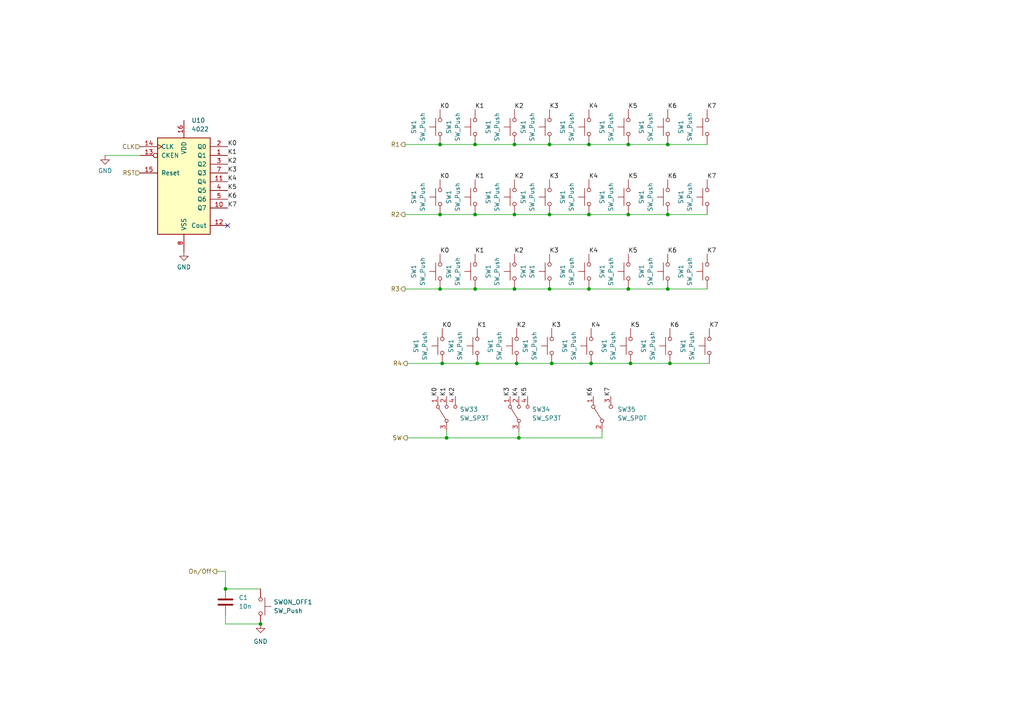
<source format=kicad_sch>
(kicad_sch (version 20230819) (generator eeschema)
  (paper "A4")
  (lib_symbols
    (symbol "4xxx:4022" (pin_names (offset 1.016))
      (property "Reference" "U" (at -7.62 13.97 0))
      (property "Value" "4022" (at -7.62 -16.51 0))
      (symbol "4022_1_0"
        (pin output line (at 12.7 7.62 180) (length 5.08) (name "Q1") (number "1"))
        (pin output line (at 12.7 -7.62 180) (length 5.08) (name "Q7") (number "10"))
        (pin output line (at 12.7 0 180) (length 5.08) (name "Q4") (number "11"))
        (pin output line (at 12.7 -12.7 180) (length 5.08) (name "Cout") (number "12"))
        (pin input inverted (at -12.7 7.62 0) (length 5.08) (name "CKEN") (number "13"))
        (pin input clock (at -12.7 10.16 0) (length 5.08) (name "CLK") (number "14"))
        (pin input line (at -12.7 2.54 0) (length 5.08) (name "Reset") (number "15"))
        (pin power_in line (at 0 17.78 270) (length 5.08) (name "VDD") (number "16"))
        (pin output line (at 12.7 10.16 180) (length 5.08) (name "Q0") (number "2"))
        (pin output line (at 12.7 5.08 180) (length 5.08) (name "Q2") (number "3"))
        (pin output line (at 12.7 -2.54 180) (length 5.08) (name "Q5") (number "4"))
        (pin output line (at 12.7 -5.08 180) (length 5.08) (name "Q6") (number "5"))
        (pin output line (at 12.7 2.54 180) (length 5.08) (name "Q3") (number "7"))
        (pin power_in line (at 0 -20.32 90) (length 5.08) (name "VSS") (number "8"))
      )
      (symbol "4022_1_1"
        (rectangle (start -7.62 12.7) (end 7.62 -15.24) (stroke (width 0.254)) (fill (type background)))
      )
    )
    (symbol "Device:C" (pin_numbers hide) (pin_names (offset 0.254))
      (property "Reference" "C" (at 0.635 2.54 0))
      (property "Value" "C" (at 0.635 -2.54 0))
      (symbol "C_0_1"
        (polyline (pts (xy -2.032 -0.762) (xy 2.032 -0.762)) (stroke (width 0.508)))
        (polyline (pts (xy -2.032 0.762) (xy 2.032 0.762)) (stroke (width 0.508)))
      )
      (symbol "C_1_1"
        (pin passive line (at 0 3.81 270) (length 2.794) (name "~") (number "1"))
        (pin passive line (at 0 -3.81 90) (length 2.794) (name "~") (number "2"))
      )
    )
    (symbol "Switch:SW_Push" (pin_numbers hide) (pin_names (offset 1.016) hide)
      (property "Reference" "SW" (at 1.27 2.54 0))
      (property "Value" "SW_Push" (at 0 -1.524 0))
      (symbol "SW_Push_0_1"
        (circle (center -2.032 0) (radius 0.508))
        (polyline (pts (xy 0 1.27) (xy 0 3.048)))
        (polyline (pts (xy 2.54 1.27) (xy -2.54 1.27)))
        (circle (center 2.032 0) (radius 0.508))
        (pin passive line (at -5.08 0 0) (length 2.54) (name "1") (number "1"))
        (pin passive line (at 5.08 0 180) (length 2.54) (name "2") (number "2"))
      )
    )
    (symbol "Switch:SW_SP3T" (pin_names (offset 0) hide)
      (property "Reference" "SW" (at 0 5.08 0))
      (property "Value" "SW_SP3T" (at 0 -5.08 0))
      (symbol "SW_SP3T_0_1"
        (circle (center -2.032 0) (radius 0.4572))
        (polyline (pts (xy -1.651 0.254) (xy 1.651 2.286)))
        (circle (center 2.032 -2.54) (radius 0.4572))
        (circle (center 2.032 0) (radius 0.4572))
        (circle (center 2.032 2.54) (radius 0.4572))
      )
      (symbol "SW_SP3T_1_1"
        (pin passive line (at 5.08 2.54 180) (length 2.54) (name "1") (number "1"))
        (pin passive line (at 5.08 0 180) (length 2.54) (name "2") (number "2"))
        (pin passive line (at -5.08 0 0) (length 2.54) (name "3") (number "3"))
        (pin passive line (at 5.08 -2.54 180) (length 2.54) (name "4") (number "4"))
      )
    )
    (symbol "Switch:SW_SPDT" (pin_names (offset 0) hide)
      (property "Reference" "SW" (at 0 4.318 0))
      (property "Value" "SW_SPDT" (at 0 -5.08 0))
      (symbol "SW_SPDT_0_0"
        (circle (center -2.032 0) (radius 0.508))
        (circle (center 2.032 -2.54) (radius 0.508))
      )
      (symbol "SW_SPDT_0_1"
        (polyline (pts (xy -1.524 0.254) (xy 1.651 2.286)))
        (circle (center 2.032 2.54) (radius 0.508))
      )
      (symbol "SW_SPDT_1_1"
        (pin passive line (at 5.08 2.54 180) (length 2.54) (name "A") (number "1"))
        (pin passive line (at -5.08 0 0) (length 2.54) (name "B") (number "2"))
        (pin passive line (at 5.08 -2.54 180) (length 2.54) (name "C") (number "3"))
      )
    )
    (symbol "power:GND" (power) (pin_names (offset 0))
      (property "Value" "GND" (at 0 -3.81 0))
      (symbol "GND_0_1"
        (polyline (pts (xy 0 0) (xy 0 -1.27) (xy 1.27 -1.27) (xy 0 -2.54) (xy -1.27 -1.27) (xy 0 -1.27)))
      )
      (symbol "GND_1_1"
        (pin power_in line (at 0 0 270) (length 0) hide (name "GND") (number "1"))
      )
    )
  )
  (junction (at 182.245 41.91))
  (junction (at 159.385 41.91))
  (junction (at 137.795 41.91))
  (junction (at 137.795 83.82))
  (junction (at 150.495 127))
  (junction (at 170.815 62.23))
  (junction (at 128.27 105.41))
  (junction (at 149.86 105.41))
  (junction (at 170.815 83.82))
  (junction (at 193.675 62.23))
  (junction (at 75.565 180.975))
  (junction (at 149.225 62.23))
  (junction (at 182.88 105.41))
  (junction (at 65.405 170.815))
  (junction (at 127.635 83.82))
  (junction (at 127.635 62.23))
  (junction (at 193.675 83.82))
  (junction (at 137.795 62.23))
  (junction (at 159.385 62.23))
  (junction (at 127.635 41.91))
  (junction (at 193.675 41.91))
  (junction (at 170.815 41.91))
  (junction (at 182.245 83.82))
  (junction (at 160.02 105.41))
  (junction (at 149.225 41.91))
  (junction (at 149.225 83.82))
  (junction (at 138.43 105.41))
  (junction (at 182.245 62.23))
  (junction (at 129.54 127))
  (junction (at 159.385 83.82))
  (junction (at 171.45 105.41))
  (junction (at 194.31 105.41))
  (no_connect (at 66.04 65.405))
  (wire (pts (xy 159.385 62.23) (xy 149.225 62.23)))
  (wire (pts (xy 65.405 170.815) (xy 65.405 165.735)))
  (wire (pts (xy 205.105 62.23) (xy 193.675 62.23)))
  (wire (pts (xy 149.225 83.82) (xy 137.795 83.82)))
  (wire (pts (xy 159.385 83.82) (xy 149.225 83.82)))
  (wire (pts (xy 160.02 105.41) (xy 171.45 105.41)))
  (wire (pts (xy 205.105 83.82) (xy 193.675 83.82)))
  (wire (pts (xy 127.635 83.82) (xy 117.475 83.82)))
  (wire (pts (xy 149.225 41.91) (xy 159.385 41.91)))
  (wire (pts (xy 194.31 105.41) (xy 205.74 105.41)))
  (wire (pts (xy 30.48 45.085) (xy 40.64 45.085)))
  (wire (pts (xy 174.625 127) (xy 174.625 125.095)))
  (wire (pts (xy 127.635 62.23) (xy 117.475 62.23)))
  (wire (pts (xy 65.405 180.975) (xy 75.565 180.975)))
  (wire (pts (xy 182.245 83.82) (xy 170.815 83.82)))
  (wire (pts (xy 138.43 105.41) (xy 149.86 105.41)))
  (wire (pts (xy 193.675 83.82) (xy 182.245 83.82)))
  (wire (pts (xy 65.405 178.435) (xy 65.405 180.975)))
  (wire (pts (xy 182.245 62.23) (xy 170.815 62.23)))
  (wire (pts (xy 128.27 105.41) (xy 118.11 105.41)))
  (wire (pts (xy 137.795 41.91) (xy 149.225 41.91)))
  (wire (pts (xy 127.635 41.91) (xy 137.795 41.91)))
  (wire (pts (xy 193.675 41.91) (xy 205.105 41.91)))
  (wire (pts (xy 150.495 127) (xy 174.625 127)))
  (wire (pts (xy 150.495 125.095) (xy 150.495 127)))
  (wire (pts (xy 149.225 62.23) (xy 137.795 62.23)))
  (wire (pts (xy 159.385 41.91) (xy 170.815 41.91)))
  (wire (pts (xy 170.815 83.82) (xy 159.385 83.82)))
  (wire (pts (xy 137.795 83.82) (xy 127.635 83.82)))
  (wire (pts (xy 62.865 165.735) (xy 65.405 165.735)))
  (wire (pts (xy 117.475 41.91) (xy 127.635 41.91)))
  (wire (pts (xy 182.245 41.91) (xy 193.675 41.91)))
  (wire (pts (xy 65.405 170.815) (xy 75.565 170.815)))
  (wire (pts (xy 137.795 62.23) (xy 127.635 62.23)))
  (wire (pts (xy 129.54 127) (xy 150.495 127)))
  (wire (pts (xy 170.815 41.91) (xy 182.245 41.91)))
  (wire (pts (xy 118.11 127) (xy 129.54 127)))
  (wire (pts (xy 182.88 105.41) (xy 194.31 105.41)))
  (wire (pts (xy 149.86 105.41) (xy 160.02 105.41)))
  (wire (pts (xy 193.675 62.23) (xy 182.245 62.23)))
  (wire (pts (xy 128.27 105.41) (xy 138.43 105.41)))
  (wire (pts (xy 171.45 105.41) (xy 182.88 105.41)))
  (wire (pts (xy 170.815 62.23) (xy 159.385 62.23)))
  (wire (pts (xy 129.54 125.095) (xy 129.54 127)))
  (label "K1" (at 137.795 73.66 0))
  (label "K2" (at 149.86 95.25 0))
  (label "K6" (at 193.675 31.75 0))
  (label "K3" (at 159.385 31.75 0))
  (label "K6" (at 194.31 95.25 0))
  (label "K2" (at 149.225 31.75 0))
  (label "K7" (at 177.165 114.935 90))
  (label "K0" (at 127.635 52.07 0))
  (label "K0" (at 66.04 42.545 0))
  (label "K7" (at 205.105 73.66 0))
  (label "K5" (at 153.035 114.935 90))
  (label "K0" (at 127.635 73.66 0))
  (label "K1" (at 129.54 114.935 90))
  (label "K4" (at 171.45 95.25 0))
  (label "K1" (at 138.43 95.25 0))
  (label "K3" (at 159.385 52.07 0))
  (label "K5" (at 182.245 52.07 0))
  (label "K6" (at 193.675 52.07 0))
  (label "K4" (at 66.04 52.705 0))
  (label "K3" (at 159.385 73.66 0))
  (label "K0" (at 127 114.935 90))
  (label "K0" (at 127.635 31.75 0))
  (label "K7" (at 205.105 31.75 0))
  (label "K7" (at 205.74 95.25 0))
  (label "K2" (at 149.225 73.66 0))
  (label "K4" (at 170.815 73.66 0))
  (label "K1" (at 137.795 31.75 0))
  (label "K3" (at 160.02 95.25 0))
  (label "K4" (at 170.815 52.07 0))
  (label "K6" (at 193.675 73.66 0))
  (label "K2" (at 132.08 114.935 90))
  (label "K4" (at 150.495 114.935 90))
  (label "K5" (at 182.245 31.75 0))
  (label "K3" (at 66.04 50.165 0))
  (label "K7" (at 66.04 60.325 0))
  (label "K5" (at 182.88 95.25 0))
  (label "K6" (at 66.04 57.785 0))
  (label "K6" (at 172.085 114.935 90))
  (label "K0" (at 128.27 95.25 0))
  (label "K5" (at 66.04 55.245 0))
  (label "K2" (at 66.04 47.625 0))
  (label "K3" (at 147.955 114.935 90))
  (label "K1" (at 137.795 52.07 0))
  (label "K5" (at 182.245 73.66 0))
  (label "K2" (at 149.225 52.07 0))
  (label "K4" (at 170.815 31.75 0))
  (label "K7" (at 205.105 52.07 0))
  (label "K1" (at 66.04 45.085 0))
  (hierarchical_label "RST" (shape input) (at 40.64 50.165 180))
  (hierarchical_label "R2" (shape output) (at 117.475 62.23 180))
  (hierarchical_label "On{slash}Off" (shape output) (at 62.865 165.735 180))
  (hierarchical_label "SW" (shape output) (at 118.11 127 180))
  (hierarchical_label "R1" (shape output) (at 117.475 41.91 180))
  (hierarchical_label "R4" (shape output) (at 118.11 105.41 180))
  (hierarchical_label "CLK" (shape input) (at 40.64 42.545 180))
  (hierarchical_label "R3" (shape output) (at 117.475 83.82 180))
  (symbol (lib_id "Switch:SW_Push") (at 160.02 100.33 90) (mirror x) (unit 1)
    (property "Reference" "SW1" (at 152.4 100.33 0))
    (property "Value" "SW_Push" (at 154.94 100.33 0))
    (property "Footprint" "footprints:PTS526" (effects hide))
    (instances (project "calculator" (path "" (reference "SW1") (unit 1)) (path "" (reference "SW16") (unit 1))))
  )
  (symbol (lib_id "power:GND") (at 30.48 45.085 0) (unit 1)
    (property "Reference" "#PWR029" (effects hide))
    (property "Value" "GND" (at 30.48 49.53 0))
  )
  (symbol (lib_id "Switch:SW_Push") (at 127.635 36.83 90) (mirror x) (unit 1)
    (property "Reference" "SW1" (at 120.015 36.83 0))
    (property "Value" "SW_Push" (at 122.555 36.83 0))
    (property "Footprint" "footprints:PTS526" (effects hide))
  )
  (symbol (lib_id "Switch:SW_Push") (at 149.225 36.83 90) (mirror x) (unit 1)
    (property "Reference" "SW1" (at 141.605 36.83 0))
    (property "Value" "SW_Push" (at 144.145 36.83 0))
    (property "Footprint" "footprints:PTS526" (effects hide))
    (instances (project "calculator" (path "" (reference "SW1") (unit 1)) (path "" (reference "SW9") (unit 1))))
  )
  (symbol (lib_id "Switch:SW_Push") (at 138.43 100.33 90) (mirror x) (unit 1)
    (property "Reference" "SW1" (at 130.81 100.33 0))
    (property "Value" "SW_Push" (at 133.35 100.33 0))
    (property "Footprint" "footprints:PTS526" (effects hide))
    (instances (project "calculator" (path "" (reference "SW1") (unit 1)) (path "" (reference "SW8") (unit 1))))
  )
  (symbol (lib_id "Switch:SW_Push") (at 205.105 36.83 90) (mirror x) (unit 1)
    (property "Reference" "SW1" (at 197.485 36.83 0))
    (property "Value" "SW_Push" (at 200.025 36.83 0))
    (property "Footprint" "footprints:PTS526" (effects hide))
    (instances (project "calculator" (path "" (reference "SW1") (unit 1)) (path "" (reference "SW29") (unit 1))))
  )
  (symbol (lib_id "Switch:SW_Push") (at 137.795 78.74 90) (mirror x) (unit 1)
    (property "Reference" "SW1" (at 130.175 78.74 0))
    (property "Value" "SW_Push" (at 132.715 78.74 0))
    (property "Footprint" "footprints:PTS526" (effects hide))
    (instances (project "calculator" (path "" (reference "SW1") (unit 1)) (path "" (reference "SW7") (unit 1))))
  )
  (symbol (lib_id "Switch:SW_Push") (at 127.635 78.74 90) (mirror x) (unit 1)
    (property "Reference" "SW1" (at 120.015 78.74 0))
    (property "Value" "SW_Push" (at 122.555 78.74 0))
    (property "Footprint" "footprints:PTS526" (effects hide))
    (instances (project "calculator" (path "" (reference "SW1") (unit 1)) (path "" (reference "SW3") (unit 1))))
  )
  (symbol (lib_id "Switch:SW_Push") (at 182.245 36.83 90) (mirror x) (unit 1)
    (property "Reference" "SW1" (at 174.625 36.83 0))
    (property "Value" "SW_Push" (at 177.165 36.83 0))
    (property "Footprint" "footprints:PTS526" (effects hide))
    (instances (project "calculator" (path "" (reference "SW1") (unit 1)) (path "" (reference "SW21") (unit 1))))
  )
  (symbol (lib_id "Switch:SW_Push") (at 128.27 100.33 90) (mirror x) (unit 1)
    (property "Reference" "SW1" (at 120.65 100.33 0))
    (property "Value" "SW_Push" (at 123.19 100.33 0))
    (property "Footprint" "footprints:PTS526" (effects hide))
    (instances (project "calculator" (path "" (reference "SW1") (unit 1)) (path "" (reference "SW4") (unit 1))))
  )
  (symbol (lib_id "Switch:SW_Push") (at 137.795 57.15 90) (mirror x) (unit 1)
    (property "Reference" "SW1" (at 130.175 57.15 0))
    (property "Value" "SW_Push" (at 132.715 57.15 0))
    (property "Footprint" "footprints:PTS526" (effects hide))
    (instances (project "calculator" (path "" (reference "SW1") (unit 1)) (path "" (reference "SW6") (unit 1))))
  )
  (symbol (lib_id "Switch:SW_Push") (at 149.225 78.74 90) (mirror x) (unit 1)
    (property "Reference" "SW1" (at 141.605 78.74 0))
    (property "Value" "SW_Push" (at 144.145 78.74 0))
    (property "Footprint" "footprints:PTS526" (effects hide))
    (instances (project "calculator" (path "" (reference "SW1") (unit 1)) (path "" (reference "SW11") (unit 1))))
  )
  (symbol (lib_id "Switch:SW_Push") (at 170.815 36.83 90) (mirror x) (unit 1)
    (property "Reference" "SW1" (at 163.195 36.83 0))
    (property "Value" "SW_Push" (at 165.735 36.83 0))
    (property "Footprint" "footprints:PTS526" (effects hide))
    (instances (project "calculator" (path "" (reference "SW1") (unit 1)) (path "" (reference "SW17") (unit 1))))
  )
  (symbol (lib_id "Switch:SW_Push") (at 159.385 57.15 90) (mirror x) (unit 1)
    (property "Reference" "SW1" (at 151.765 57.15 0))
    (property "Value" "SW_Push" (at 154.305 57.15 0))
    (property "Footprint" "footprints:PTS526" (effects hide))
    (instances (project "calculator" (path "" (reference "SW1") (unit 1)) (path "" (reference "SW14") (unit 1))))
  )
  (symbol (lib_id "Switch:SW_Push") (at 75.565 175.895 270) (unit 1)
    (property "Reference" "SWON_OFF1" (at 79.375 174.625 90) (effects (justify left)))
    (property "Value" "SW_Push" (at 79.375 177.165 90) (effects (justify left)))
    (property "Footprint" "footprints:PTS526" (effects hide))
  )
  (symbol (lib_id "Switch:SW_Push") (at 170.815 78.74 90) (mirror x) (unit 1)
    (property "Reference" "SW1" (at 163.195 78.74 0))
    (property "Value" "SW_Push" (at 165.735 78.74 0))
    (property "Footprint" "footprints:PTS526" (effects hide))
    (instances (project "calculator" (path "" (reference "SW1") (unit 1)) (path "" (reference "SW19") (unit 1))))
  )
  (symbol (lib_id "Device:C") (at 65.405 174.625 0) (unit 1)
    (property "Reference" "C1" (at 69.215 173.355 0) (effects (justify left)))
    (property "Value" "10n" (at 69.215 175.895 0) (effects (justify left)))
    (property "Footprint" "Capacitor_SMD:C_0603_1608Metric_Pad1.08x0.95mm_HandSolder" (effects hide))
  )
  (symbol (lib_id "Switch:SW_Push") (at 159.385 78.74 90) (mirror x) (unit 1)
    (property "Reference" "SW1" (at 151.765 78.74 0))
    (property "Value" "SW1" (at 154.305 78.74 0))
    (property "Footprint" "footprints:PTS526" (effects hide))
    (instances (project "calculator" (path "" (reference "SW1") (unit 1)) (path "" (reference "SW15") (unit 1))))
  )
  (symbol (lib_id "Switch:SW_Push") (at 193.675 57.15 90) (mirror x) (unit 1)
    (property "Reference" "SW1" (at 186.055 57.15 0))
    (property "Value" "SW_Push" (at 188.595 57.15 0))
    (property "Footprint" "footprints:PTS526" (effects hide))
    (instances (project "calculator" (path "" (reference "SW1") (unit 1)) (path "" (reference "SW26") (unit 1))))
  )
  (symbol (lib_id "Switch:SW_Push") (at 193.675 78.74 90) (mirror x) (unit 1)
    (property "Reference" "SW1" (at 186.055 78.74 0))
    (property "Value" "SW_Push" (at 188.595 78.74 0))
    (property "Footprint" "footprints:PTS526" (effects hide))
    (instances (project "calculator" (path "" (reference "SW1") (unit 1)) (path "" (reference "SW27") (unit 1))))
  )
  (symbol (lib_id "power:GND") (at 53.34 73.025 0) (unit 1)
    (property "Reference" "#PWR028" (effects hide))
    (property "Value" "GND" (at 53.34 77.47 0))
  )
  (symbol (lib_id "Switch:SW_SP3T") (at 150.495 120.015 90) (unit 1)
    (property "Reference" "SW34" (at 154.305 118.745 90) (effects (justify right)))
    (property "Value" "SW_SP3T" (at 154.305 121.285 90) (effects (justify right)))
  )
  (symbol (lib_id "Switch:SW_Push") (at 137.795 36.83 90) (mirror x) (unit 1)
    (property "Reference" "SW1" (at 130.175 36.83 0))
    (property "Value" "SW_Push" (at 132.715 36.83 0))
    (property "Footprint" "footprints:PTS526" (effects hide))
    (instances (project "calculator" (path "" (reference "SW1") (unit 1)) (path "" (reference "SW5") (unit 1))))
  )
  (symbol (lib_id "Switch:SW_Push") (at 182.245 78.74 90) (mirror x) (unit 1)
    (property "Reference" "SW1" (at 174.625 78.74 0))
    (property "Value" "SW_Push" (at 177.165 78.74 0))
    (property "Footprint" "footprints:PTS526" (effects hide))
    (instances (project "calculator" (path "" (reference "SW1") (unit 1)) (path "" (reference "SW23") (unit 1))))
  )
  (symbol (lib_id "power:GND") (at 75.565 180.975 0) (unit 1)
    (property "Reference" "#PWR011" (effects hide))
    (property "Value" "GND" (at 75.565 186.055 0))
  )
  (symbol (lib_id "Switch:SW_Push") (at 205.74 100.33 90) (mirror x) (unit 1)
    (property "Reference" "SW1" (at 198.12 100.33 0))
    (property "Value" "SW_Push" (at 200.66 100.33 0))
    (property "Footprint" "footprints:PTS526" (effects hide))
    (instances (project "calculator" (path "" (reference "SW1") (unit 1)) (path "" (reference "SW32") (unit 1))))
  )
  (symbol (lib_id "Switch:SW_Push") (at 149.225 57.15 90) (mirror x) (unit 1)
    (property "Reference" "SW1" (at 141.605 57.15 0))
    (property "Value" "SW_Push" (at 144.145 57.15 0))
    (property "Footprint" "footprints:PTS526" (effects hide))
    (instances (project "calculator" (path "" (reference "SW1") (unit 1)) (path "" (reference "SW10") (unit 1))))
  )
  (symbol (lib_id "Switch:SW_SPDT") (at 174.625 120.015 90) (unit 1)
    (property "Reference" "SW35" (at 179.07 118.745 90) (effects (justify right)))
    (property "Value" "SW_SPDT" (at 179.07 121.285 90) (effects (justify right)))
  )
  (symbol (lib_id "Switch:SW_Push") (at 182.88 100.33 90) (mirror x) (unit 1)
    (property "Reference" "SW1" (at 175.26 100.33 0))
    (property "Value" "SW_Push" (at 177.8 100.33 0))
    (property "Footprint" "footprints:PTS526" (effects hide))
    (instances (project "calculator" (path "" (reference "SW1") (unit 1)) (path "" (reference "SW24") (unit 1))))
  )
  (symbol (lib_id "Switch:SW_Push") (at 170.815 57.15 90) (mirror x) (unit 1)
    (property "Reference" "SW1" (at 163.195 57.15 0))
    (property "Value" "SW_Push" (at 165.735 57.15 0))
    (property "Footprint" "footprints:PTS526" (effects hide))
    (instances (project "calculator" (path "" (reference "SW1") (unit 1)) (path "" (reference "SW18") (unit 1))))
  )
  (symbol (lib_id "Switch:SW_Push") (at 193.675 36.83 90) (mirror x) (unit 1)
    (property "Reference" "SW1" (at 186.055 36.83 0))
    (property "Value" "SW_Push" (at 188.595 36.83 0))
    (property "Footprint" "footprints:PTS526" (effects hide))
    (instances (project "calculator" (path "" (reference "SW1") (unit 1)) (path "" (reference "SW25") (unit 1))))
  )
  (symbol (lib_id "Switch:SW_SP3T") (at 129.54 120.015 90) (unit 1)
    (property "Reference" "SW33" (at 133.35 118.745 90) (effects (justify right)))
    (property "Value" "SW_SP3T" (at 133.35 121.285 90) (effects (justify right)))
  )
  (symbol (lib_id "Switch:SW_Push") (at 159.385 36.83 90) (mirror x) (unit 1)
    (property "Reference" "SW1" (at 151.765 36.83 0))
    (property "Value" "SW_Push" (at 154.305 36.83 0))
    (property "Footprint" "footprints:PTS526" (effects hide))
    (instances (project "calculator" (path "" (reference "SW1") (unit 1)) (path "" (reference "SW13") (unit 1))))
  )
  (symbol (lib_id "Switch:SW_Push") (at 205.105 78.74 90) (mirror x) (unit 1)
    (property "Reference" "SW1" (at 197.485 78.74 0))
    (property "Value" "SW_Push" (at 200.025 78.74 0))
    (property "Footprint" "footprints:PTS526" (effects hide))
    (instances (project "calculator" (path "" (reference "SW1") (unit 1)) (path "" (reference "SW31") (unit 1))))
  )
  (symbol (lib_id "4xxx:4022") (at 53.34 52.705 0) (unit 1)
    (property "Reference" "U10" (at 55.5341 34.925 0) (effects (justify left)))
    (property "Value" "4022" (at 55.5341 37.465 0) (effects (justify left)))
    (property "Datasheet" "http://www.intersil.com/content/dam/Intersil/documents/cd40/cd4017bms-22bms.pdf" (effects hide))
  )
  (symbol (lib_id "Switch:SW_Push") (at 127.635 57.15 90) (mirror x) (unit 1)
    (property "Reference" "SW1" (at 120.015 57.15 0))
    (property "Value" "SW_Push" (at 122.555 57.15 0))
    (property "Footprint" "footprints:PTS526" (effects hide))
    (instances (project "calculator" (path "" (reference "SW1") (unit 1)) (path "" (reference "SW2") (unit 1))))
  )
  (symbol (lib_id "Switch:SW_Push") (at 194.31 100.33 90) (mirror x) (unit 1)
    (property "Reference" "SW1" (at 186.69 100.33 0))
    (property "Value" "SW_Push" (at 189.23 100.33 0))
    (property "Footprint" "footprints:PTS526" (effects hide))
    (instances (project "calculator" (path "" (reference "SW1") (unit 1)) (path "" (reference "SW28") (unit 1))))
  )
  (symbol (lib_id "Switch:SW_Push") (at 182.245 57.15 90) (mirror x) (unit 1)
    (property "Reference" "SW1" (at 174.625 57.15 0))
    (property "Value" "SW_Push" (at 177.165 57.15 0))
    (property "Footprint" "footprints:PTS526" (effects hide))
    (instances (project "calculator" (path "" (reference "SW1") (unit 1)) (path "" (reference "SW22") (unit 1))))
  )
  (symbol (lib_id "Switch:SW_Push") (at 171.45 100.33 90) (mirror x) (unit 1)
    (property "Reference" "SW1" (at 163.83 100.33 0))
    (property "Value" "SW_Push" (at 166.37 100.33 0))
    (property "Footprint" "footprints:PTS526" (effects hide))
    (instances (project "calculator" (path "" (reference "SW1") (unit 1)) (path "" (reference "SW20") (unit 1))))
  )
  (symbol (lib_id "Switch:SW_Push") (at 205.105 57.15 90) (mirror x) (unit 1)
    (property "Reference" "SW1" (at 197.485 57.15 0))
    (property "Value" "SW_Push" (at 200.025 57.15 0))
    (property "Footprint" "footprints:PTS526" (effects hide))
    (instances (project "calculator" (path "" (reference "SW1") (unit 1)) (path "" (reference "SW30") (unit 1))))
  )
  (symbol (lib_id "Switch:SW_Push") (at 149.86 100.33 90) (mirror x) (unit 1)
    (property "Reference" "SW1" (at 142.24 100.33 0))
    (property "Value" "SW_Push" (at 144.78 100.33 0))
    (property "Footprint" "footprints:PTS526" (effects hide))
    (instances (project "calculator" (path "" (reference "SW1") (unit 1)) (path "" (reference "SW12") (unit 1))))
  )
)
</source>
